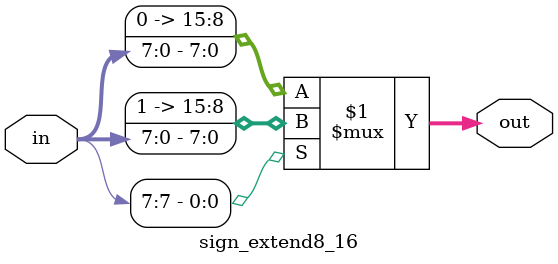
<source format=v>
module sign_extend8_16(in, out);
input [7:0] in;
output [15:0] out;

assign out = in[7] ? {8'hFF,in} : {8'h00,in};

endmodule

</source>
